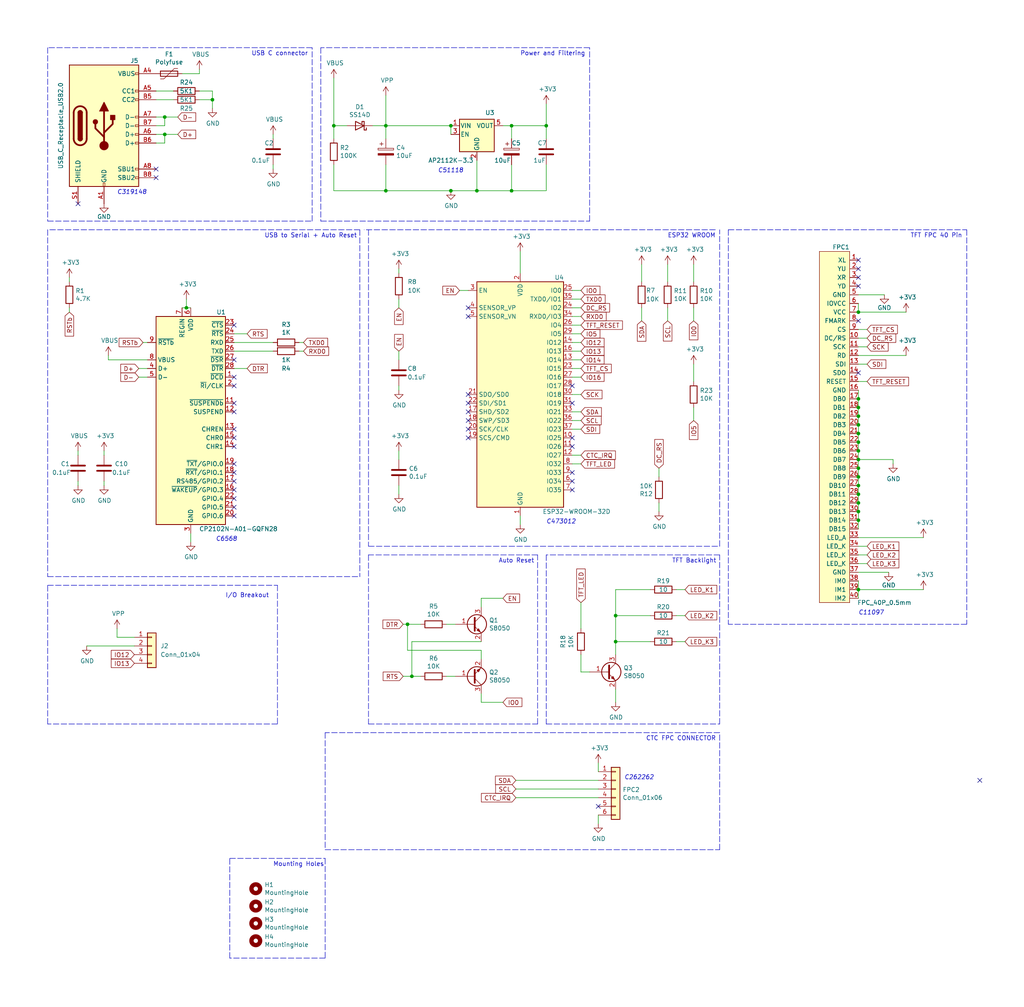
<source format=kicad_sch>
(kicad_sch (version 20211123) (generator eeschema)
  (paper "User" 299.999 294.996)
  (title_block (title "SwitchPlate 3.5\"") (date "20230305") (rev "1.2") (company "Luiz Oliveira Neto") (comment 1 "https://github.com/lbarrosoneto/SwitchPlate3.5"))
  (junction (at 132.08 36.83))
  (junction (at 97.79 36.83))
  (junction (at 48.26 34.29))
  (junction (at 251.46 139.7))
  (junction (at 251.46 144.78))
  (junction (at 251.46 142.24))
  (junction (at 149.86 55.88))
  (junction (at 120.65 198.12))
  (junction (at 113.03 36.83))
  (junction (at 251.46 127))
  (junction (at 139.7 55.88))
  (junction (at 132.08 55.88))
  (junction (at 251.46 152.4))
  (junction (at 113.03 55.88))
  (junction (at 251.46 121.92))
  (junction (at 251.46 132.08))
  (junction (at 149.86 36.83))
  (junction (at 180.34 180.34))
  (junction (at 48.26 39.37))
  (junction (at 251.46 149.86))
  (junction (at 54.61 90.17))
  (junction (at 251.46 129.54))
  (junction (at 160.02 36.83))
  (junction (at 251.46 116.84))
  (junction (at 251.46 119.38))
  (junction (at 251.46 134.62))
  (junction (at 251.46 91.44))
  (junction (at 62.23 29.21))
  (junction (at 251.46 147.32))
  (junction (at 119.38 182.88))
  (junction (at 180.34 187.96))
  (junction (at 251.46 172.72))
  (junction (at 251.46 124.46))
  (junction (at 251.46 137.16))
  (no_connect (at 68.58 130.81))
  (no_connect (at 251.46 78.74))
  (no_connect (at 137.16 90.17))
  (no_connect (at 175.26 236.22))
  (no_connect (at 167.64 140.97))
  (no_connect (at 251.46 109.22))
  (no_connect (at 287.02 228.6))
  (no_connect (at 45.72 49.53))
  (no_connect (at 137.16 92.71))
  (no_connect (at 22.86 59.69))
  (no_connect (at 68.58 120.65))
  (no_connect (at 167.64 130.81))
  (no_connect (at 167.64 118.11))
  (no_connect (at 68.58 138.43))
  (no_connect (at 251.46 83.82))
  (no_connect (at 167.64 128.27))
  (no_connect (at 68.58 135.89))
  (no_connect (at 68.58 110.49))
  (no_connect (at 68.58 125.73))
  (no_connect (at 137.16 125.73))
  (no_connect (at 68.58 151.13))
  (no_connect (at 251.46 93.98))
  (no_connect (at 167.64 143.51))
  (no_connect (at 68.58 128.27))
  (no_connect (at 251.46 81.28))
  (no_connect (at 68.58 146.05))
  (no_connect (at 167.64 113.03))
  (no_connect (at 167.64 138.43))
  (no_connect (at 137.16 118.11))
  (no_connect (at 68.58 118.11))
  (no_connect (at 45.72 52.07))
  (no_connect (at 68.58 143.51))
  (no_connect (at 137.16 120.65))
  (no_connect (at 68.58 140.97))
  (no_connect (at 137.16 128.27))
  (no_connect (at 68.58 105.41))
  (no_connect (at 68.58 95.25))
  (no_connect (at 251.46 76.2))
  (no_connect (at 68.58 113.03))
  (no_connect (at 68.58 148.59))
  (no_connect (at 137.16 115.57))
  (no_connect (at 137.16 123.19))
  (polyline (pts (xy 283.21 67.31) (xy 283.21 182.88)))
  (wire (pts (xy 101.6 36.83) (xy 97.79 36.83)))
  (wire (pts (xy 151.13 228.6) (xy 175.26 228.6)))
  (wire (pts (xy 180.34 201.93) (xy 180.34 205.74)))
  (wire (pts (xy 160.02 36.83) (xy 160.02 40.64)))
  (wire (pts (xy 180.34 180.34) (xy 180.34 187.96)))
  (polyline (pts (xy 213.36 67.31) (xy 283.21 67.31)))
  (wire (pts (xy 120.65 187.96) (xy 120.65 198.12)))
  (wire (pts (xy 251.46 139.7) (xy 251.46 142.24)))
  (wire (pts (xy 254 162.56) (xy 251.46 162.56)))
  (wire (pts (xy 170.18 107.95) (xy 167.64 107.95)))
  (wire (pts (xy 152.4 73.66) (xy 152.4 80.01)))
  (wire (pts (xy 170.18 85.09) (xy 167.64 85.09)))
  (wire (pts (xy 200.66 172.72) (xy 198.12 172.72)))
  (wire (pts (xy 200.66 180.34) (xy 198.12 180.34)))
  (wire (pts (xy 52.07 39.37) (xy 48.26 39.37)))
  (wire (pts (xy 80.01 48.26) (xy 80.01 49.53)))
  (wire (pts (xy 55.88 90.17) (xy 54.61 90.17)))
  (wire (pts (xy 167.64 110.49) (xy 170.18 110.49)))
  (wire (pts (xy 254 160.02) (xy 251.46 160.02)))
  (wire (pts (xy 195.58 77.47) (xy 195.58 82.55)))
  (wire (pts (xy 40.64 110.49) (xy 43.18 110.49)))
  (wire (pts (xy 151.13 231.14) (xy 175.26 231.14)))
  (wire (pts (xy 170.18 176.53) (xy 170.18 184.15)))
  (polyline (pts (xy 160.02 162.56) (xy 160.02 212.09)))
  (wire (pts (xy 170.18 87.63) (xy 167.64 87.63)))
  (wire (pts (xy 113.03 40.64) (xy 113.03 36.83)))
  (wire (pts (xy 261.62 135.89) (xy 261.62 134.62)))
  (polyline (pts (xy 81.28 171.45) (xy 81.28 212.09)))
  (polyline (pts (xy 67.31 251.46) (xy 95.25 251.46)))
  (wire (pts (xy 113.03 48.26) (xy 113.03 55.88)))
  (wire (pts (xy 147.32 36.83) (xy 149.86 36.83)))
  (wire (pts (xy 139.7 46.99) (xy 139.7 55.88)))
  (wire (pts (xy 140.97 187.96) (xy 120.65 187.96)))
  (polyline (pts (xy 13.97 13.97) (xy 13.97 64.77)))
  (wire (pts (xy 31.75 104.14) (xy 31.75 105.41)))
  (wire (pts (xy 251.46 152.4) (xy 251.46 154.94)))
  (wire (pts (xy 39.37 186.69) (xy 34.29 186.69)))
  (wire (pts (xy 80.01 39.37) (xy 80.01 40.64)))
  (wire (pts (xy 190.5 180.34) (xy 180.34 180.34)))
  (wire (pts (xy 160.02 48.26) (xy 160.02 55.88)))
  (wire (pts (xy 187.96 90.17) (xy 187.96 93.98)))
  (polyline (pts (xy 157.48 162.56) (xy 107.95 162.56)))
  (wire (pts (xy 130.81 198.12) (xy 133.35 198.12)))
  (wire (pts (xy 30.48 140.97) (xy 30.48 142.24)))
  (wire (pts (xy 251.46 149.86) (xy 251.46 147.32)))
  (wire (pts (xy 147.32 175.26) (xy 140.97 175.26)))
  (polyline (pts (xy 107.95 67.31) (xy 107.95 160.02)))
  (polyline (pts (xy 210.82 160.02) (xy 210.82 67.31)))
  (polyline (pts (xy 13.97 168.91) (xy 105.41 168.91)))
  (wire (pts (xy 119.38 190.5) (xy 119.38 182.88)))
  (wire (pts (xy 31.75 105.41) (xy 43.18 105.41)))
  (wire (pts (xy 251.46 119.38) (xy 251.46 116.84)))
  (wire (pts (xy 53.34 21.59) (xy 58.42 21.59)))
  (wire (pts (xy 167.64 135.89) (xy 170.18 135.89)))
  (wire (pts (xy 62.23 29.21) (xy 58.42 29.21)))
  (wire (pts (xy 251.46 114.3) (xy 251.46 116.84)))
  (wire (pts (xy 149.86 48.26) (xy 149.86 55.88)))
  (wire (pts (xy 254 96.52) (xy 251.46 96.52)))
  (wire (pts (xy 170.18 102.87) (xy 167.64 102.87)))
  (polyline (pts (xy 95.25 214.63) (xy 95.25 248.92)))
  (wire (pts (xy 88.9 102.87) (xy 87.63 102.87)))
  (wire (pts (xy 251.46 139.7) (xy 251.46 137.16)))
  (wire (pts (xy 113.03 36.83) (xy 132.08 36.83)))
  (wire (pts (xy 251.46 132.08) (xy 251.46 129.54)))
  (wire (pts (xy 116.84 78.74) (xy 116.84 80.01)))
  (wire (pts (xy 170.18 92.71) (xy 167.64 92.71)))
  (wire (pts (xy 20.32 81.28) (xy 20.32 82.55)))
  (wire (pts (xy 254 101.6) (xy 251.46 101.6)))
  (wire (pts (xy 87.63 100.33) (xy 88.9 100.33)))
  (wire (pts (xy 109.22 36.83) (xy 113.03 36.83)))
  (wire (pts (xy 149.86 55.88) (xy 160.02 55.88)))
  (wire (pts (xy 193.04 147.32) (xy 193.04 149.86)))
  (polyline (pts (xy 13.97 171.45) (xy 81.28 171.45)))
  (wire (pts (xy 270.51 172.72) (xy 251.46 172.72)))
  (wire (pts (xy 30.48 132.08) (xy 30.48 133.35)))
  (wire (pts (xy 41.91 100.33) (xy 43.18 100.33)))
  (wire (pts (xy 139.7 55.88) (xy 132.08 55.88)))
  (wire (pts (xy 118.11 198.12) (xy 120.65 198.12)))
  (wire (pts (xy 251.46 152.4) (xy 251.46 149.86)))
  (wire (pts (xy 190.5 172.72) (xy 180.34 172.72)))
  (wire (pts (xy 251.46 147.32) (xy 251.46 144.78)))
  (wire (pts (xy 254 165.1) (xy 251.46 165.1)))
  (wire (pts (xy 254 106.68) (xy 251.46 106.68)))
  (polyline (pts (xy 91.44 64.77) (xy 91.44 13.97)))
  (wire (pts (xy 48.26 39.37) (xy 45.72 39.37)))
  (wire (pts (xy 203.2 93.98) (xy 203.2 90.17)))
  (wire (pts (xy 62.23 26.67) (xy 62.23 29.21)))
  (wire (pts (xy 116.84 102.87) (xy 116.84 105.41)))
  (wire (pts (xy 172.72 196.85) (xy 170.18 196.85)))
  (wire (pts (xy 140.97 203.2) (xy 140.97 205.74)))
  (polyline (pts (xy 13.97 64.77) (xy 91.44 64.77)))
  (wire (pts (xy 251.46 172.72) (xy 251.46 175.26)))
  (wire (pts (xy 149.86 36.83) (xy 149.86 40.64)))
  (wire (pts (xy 251.46 124.46) (xy 251.46 127)))
  (wire (pts (xy 54.61 90.17) (xy 54.61 87.63)))
  (wire (pts (xy 45.72 26.67) (xy 50.8 26.67)))
  (wire (pts (xy 259.08 86.36) (xy 251.46 86.36)))
  (wire (pts (xy 251.46 134.62) (xy 251.46 137.16)))
  (wire (pts (xy 72.39 97.79) (xy 68.58 97.79)))
  (wire (pts (xy 48.26 34.29) (xy 52.07 34.29)))
  (wire (pts (xy 251.46 88.9) (xy 251.46 91.44)))
  (polyline (pts (xy 210.82 214.63) (xy 95.25 214.63)))
  (wire (pts (xy 170.18 97.79) (xy 167.64 97.79)))
  (polyline (pts (xy 95.25 251.46) (xy 95.25 280.67)))
  (polyline (pts (xy 81.28 212.09) (xy 13.97 212.09)))
  (wire (pts (xy 53.34 90.17) (xy 54.61 90.17)))
  (wire (pts (xy 140.97 205.74) (xy 147.32 205.74)))
  (wire (pts (xy 119.38 182.88) (xy 123.19 182.88)))
  (wire (pts (xy 20.32 91.44) (xy 20.32 90.17)))
  (polyline (pts (xy 209.55 67.31) (xy 106.68 67.31)))
  (wire (pts (xy 140.97 193.04) (xy 140.97 190.5)))
  (wire (pts (xy 134.62 85.09) (xy 137.16 85.09)))
  (polyline (pts (xy 13.97 67.31) (xy 13.97 168.91)))
  (wire (pts (xy 251.46 119.38) (xy 251.46 121.92)))
  (wire (pts (xy 265.43 91.44) (xy 251.46 91.44)))
  (wire (pts (xy 149.86 36.83) (xy 160.02 36.83)))
  (wire (pts (xy 140.97 190.5) (xy 119.38 190.5)))
  (wire (pts (xy 193.04 137.16) (xy 193.04 139.7)))
  (polyline (pts (xy 157.48 212.09) (xy 157.48 162.56)))
  (wire (pts (xy 175.26 226.06) (xy 175.26 223.52)))
  (polyline (pts (xy 105.41 67.31) (xy 13.97 67.31)))
  (polyline (pts (xy 91.44 13.97) (xy 13.97 13.97)))
  (wire (pts (xy 251.46 124.46) (xy 251.46 121.92)))
  (wire (pts (xy 97.79 36.83) (xy 97.79 40.64)))
  (polyline (pts (xy 105.41 67.31) (xy 105.41 168.91)))
  (wire (pts (xy 48.26 34.29) (xy 48.26 36.83)))
  (polyline (pts (xy 67.31 280.67) (xy 67.31 251.46)))
  (wire (pts (xy 251.46 132.08) (xy 251.46 134.62)))
  (wire (pts (xy 39.37 189.23) (xy 25.4 189.23)))
  (wire (pts (xy 120.65 198.12) (xy 123.19 198.12)))
  (wire (pts (xy 175.26 233.68) (xy 151.13 233.68)))
  (polyline (pts (xy 13.97 212.09) (xy 13.97 171.45)))
  (wire (pts (xy 251.46 170.18) (xy 251.46 172.72)))
  (wire (pts (xy 22.86 132.08) (xy 22.86 133.35)))
  (polyline (pts (xy 160.02 212.09) (xy 210.82 212.09)))
  (wire (pts (xy 251.46 127) (xy 251.46 129.54)))
  (wire (pts (xy 116.84 113.03) (xy 116.84 114.3)))
  (polyline (pts (xy 107.95 162.56) (xy 107.95 212.09)))
  (wire (pts (xy 113.03 55.88) (xy 97.79 55.88)))
  (wire (pts (xy 34.29 186.69) (xy 34.29 184.15)))
  (wire (pts (xy 116.84 132.08) (xy 116.84 134.62)))
  (wire (pts (xy 130.81 182.88) (xy 133.35 182.88)))
  (wire (pts (xy 45.72 34.29) (xy 48.26 34.29)))
  (wire (pts (xy 195.58 90.17) (xy 195.58 93.98)))
  (wire (pts (xy 167.64 105.41) (xy 170.18 105.41)))
  (wire (pts (xy 203.2 77.47) (xy 203.2 82.55)))
  (wire (pts (xy 113.03 36.83) (xy 113.03 27.94)))
  (wire (pts (xy 97.79 22.86) (xy 97.79 36.83)))
  (polyline (pts (xy 210.82 162.56) (xy 160.02 162.56)))
  (polyline (pts (xy 95.25 280.67) (xy 67.31 280.67)))
  (wire (pts (xy 270.51 157.48) (xy 251.46 157.48)))
  (polyline (pts (xy 93.98 13.97) (xy 93.98 64.77)))
  (wire (pts (xy 167.64 95.25) (xy 170.18 95.25)))
  (wire (pts (xy 254 111.76) (xy 251.46 111.76)))
  (polyline (pts (xy 210.82 212.09) (xy 210.82 162.56)))
  (wire (pts (xy 152.4 151.13) (xy 152.4 153.67)))
  (polyline (pts (xy 107.95 160.02) (xy 210.82 160.02)))
  (wire (pts (xy 58.42 21.59) (xy 58.42 20.32)))
  (wire (pts (xy 68.58 100.33) (xy 80.01 100.33)))
  (wire (pts (xy 170.18 196.85) (xy 170.18 191.77)))
  (wire (pts (xy 203.2 123.19) (xy 203.2 119.38)))
  (wire (pts (xy 167.64 115.57) (xy 170.18 115.57)))
  (wire (pts (xy 149.86 55.88) (xy 139.7 55.88)))
  (polyline (pts (xy 172.72 13.97) (xy 93.98 13.97)))
  (wire (pts (xy 62.23 29.21) (xy 62.23 31.75)))
  (wire (pts (xy 55.88 156.21) (xy 55.88 158.75)))
  (wire (pts (xy 118.11 182.88) (xy 119.38 182.88)))
  (wire (pts (xy 251.46 144.78) (xy 251.46 142.24)))
  (wire (pts (xy 190.5 187.96) (xy 180.34 187.96)))
  (wire (pts (xy 132.08 55.88) (xy 113.03 55.88)))
  (wire (pts (xy 167.64 100.33) (xy 170.18 100.33)))
  (polyline (pts (xy 213.36 67.31) (xy 213.36 182.88)))
  (wire (pts (xy 167.64 125.73) (xy 170.18 125.73)))
  (wire (pts (xy 22.86 140.97) (xy 22.86 142.24)))
  (wire (pts (xy 180.34 172.72) (xy 180.34 180.34)))
  (polyline (pts (xy 107.95 212.09) (xy 157.48 212.09)))
  (polyline (pts (xy 283.21 182.88) (xy 213.36 182.88)))
  (wire (pts (xy 116.84 87.63) (xy 116.84 90.17)))
  (wire (pts (xy 43.18 107.95) (xy 40.64 107.95)))
  (wire (pts (xy 170.18 90.17) (xy 167.64 90.17)))
  (wire (pts (xy 132.08 39.37) (xy 132.08 36.83)))
  (wire (pts (xy 58.42 26.67) (xy 62.23 26.67)))
  (wire (pts (xy 140.97 175.26) (xy 140.97 177.8)))
  (wire (pts (xy 261.62 134.62) (xy 251.46 134.62)))
  (polyline (pts (xy 95.25 248.92) (xy 210.82 248.92)))
  (wire (pts (xy 97.79 48.26) (xy 97.79 55.88)))
  (wire (pts (xy 187.96 77.47) (xy 187.96 82.55)))
  (polyline (pts (xy 210.82 248.92) (xy 210.82 214.63)))
  (wire (pts (xy 50.8 29.21) (xy 45.72 29.21)))
  (wire (pts (xy 160.02 36.83) (xy 160.02 30.48)))
  (wire (pts (xy 254 99.06) (xy 251.46 99.06)))
  (wire (pts (xy 167.64 120.65) (xy 170.18 120.65)))
  (wire (pts (xy 200.66 187.96) (xy 198.12 187.96)))
  (wire (pts (xy 170.18 133.35) (xy 167.64 133.35)))
  (polyline (pts (xy 93.98 64.77) (xy 172.72 64.77)))
  (wire (pts (xy 45.72 41.91) (xy 48.26 41.91)))
  (wire (pts (xy 265.43 104.14) (xy 251.46 104.14)))
  (wire (pts (xy 48.26 36.83) (xy 45.72 36.83)))
  (wire (pts (xy 68.58 102.87) (xy 80.01 102.87)))
  (polyline (pts (xy 172.72 64.77) (xy 172.72 13.97)))
  (wire (pts (xy 72.39 107.95) (xy 68.58 107.95)))
  (wire (pts (xy 48.26 41.91) (xy 48.26 39.37)))
  (wire (pts (xy 180.34 187.96) (xy 180.34 191.77)))
  (wire (pts (xy 170.18 123.19) (xy 167.64 123.19)))
  (wire (pts (xy 116.84 142.24) (xy 116.84 144.78)))
  (wire (pts (xy 175.26 238.76) (xy 175.26 241.3)))
  (wire (pts (xy 203.2 106.68) (xy 203.2 111.76)))
  (wire (pts (xy 260.35 167.64) (xy 251.46 167.64)))
  (text "I/O Breakout" (at 66.04 175.26 0) (effects (font (size 1.27 1.27)) (justify left bottom)))
  (text "C262262" (at 182.88 228.6 0) (effects (font (size 1.27 1.27) italic) (justify left bottom)))
  (text "USB to Serial + Auto Reset" (at 77.47 69.85 0) (effects (font (size 1.27 1.27)) (justify left bottom)))
  (text "C11097" (at 251.46 180.34 0) (effects (font (size 1.27 1.27) italic) (justify left bottom)))
  (text "C473012" (at 160.02 153.67 0) (effects (font (size 1.27 1.27) italic) (justify left bottom)))
  (text "CTC FPC CONNECTOR" (at 189.23 217.17 0) (effects (font (size 1.27 1.27)) (justify left bottom)))
  (text "TFT Backlight" (at 196.85 165.1 0) (effects (font (size 1.27 1.27)) (justify left bottom)))
  (text "C51118" (at 128.27 50.8 0) (effects (font (size 1.27 1.27) italic) (justify left bottom)))
  (text "TFT FPC 40 Pin" (at 266.7 69.85 0) (effects (font (size 1.27 1.27)) (justify left bottom)))
  (text "Mounting Holes" (at 80.01 254 0) (effects (font (size 1.27 1.27)) (justify left bottom)))
  (text "USB C connector" (at 73.66 16.51 0) (effects (font (size 1.27 1.27)) (justify left bottom)))
  (text "Power and Filtering\n" (at 152.4 16.51 0) (effects (font (size 1.27 1.27)) (justify left bottom)))
  (text "Auto Reset" (at 146.05 165.1 0) (effects (font (size 1.27 1.27)) (justify left bottom)))
  (text "ESP32 WROOM" (at 195.58 69.85 0) (effects (font (size 1.27 1.27)) (justify left bottom)))
  (text " C6568" (at 62.23 158.75 0) (effects (font (size 1.27 1.27) italic) (justify left bottom)))
  (text "C319148" (at 34.29 57.15 0) (effects (font (size 1.27 1.27) italic) (justify left bottom)))
  (global_label "IO12" (shape input) (at 39.37 191.77 180) (property "Intersheet References" "${INTERSHEET_REFS}" (effects hide)))
  (global_label "DC_RS" (shape input) (at 193.04 137.16 90) (property "Intersheet References" "${INTERSHEET_REFS}" (effects hide)))
  (global_label "DC_RS" (shape input) (at 170.18 90.17 0) (property "Intersheet References" "${INTERSHEET_REFS}" (effects hide)))
  (global_label "TXD0" (shape input) (at 88.9 100.33 0) (property "Intersheet References" "${INTERSHEET_REFS}" (effects hide)))
  (global_label "RTS" (shape input) (at 72.39 97.79 0) (property "Intersheet References" "${INTERSHEET_REFS}" (effects hide)))
  (global_label "TFT_RESET" (shape input) (at 254 111.76 0) (property "Intersheet References" "${INTERSHEET_REFS}" (effects hide)))
  (global_label "IO16" (shape input) (at 170.18 110.49 0) (property "Intersheet References" "${INTERSHEET_REFS}" (effects hide)))
  (global_label "DTR" (shape input) (at 72.39 107.95 0) (property "Intersheet References" "${INTERSHEET_REFS}" (effects hide)))
  (global_label "LED_K2" (shape input) (at 200.66 180.34 0) (property "Intersheet References" "${INTERSHEET_REFS}" (effects hide)))
  (global_label "D+" (shape input) (at 40.64 107.95 180) (property "Intersheet References" "${INTERSHEET_REFS}" (effects hide)))
  (global_label "IO13" (shape input) (at 170.18 102.87 0) (property "Intersheet References" "${INTERSHEET_REFS}" (effects hide)))
  (global_label "IO0" (shape input) (at 170.18 85.09 0) (property "Intersheet References" "${INTERSHEET_REFS}" (effects hide)))
  (global_label "SDI" (shape input) (at 170.18 125.73 0) (property "Intersheet References" "${INTERSHEET_REFS}" (effects hide)))
  (global_label "SCL" (shape input) (at 170.18 123.19 0) (property "Intersheet References" "${INTERSHEET_REFS}" (effects hide)))
  (global_label "TFT_CS" (shape input) (at 170.18 107.95 0) (property "Intersheet References" "${INTERSHEET_REFS}" (effects hide)))
  (global_label "TFT_CS" (shape input) (at 254 96.52 0) (property "Intersheet References" "${INTERSHEET_REFS}" (effects hide)))
  (global_label "IO0" (shape input) (at 147.32 205.74 0) (property "Intersheet References" "${INTERSHEET_REFS}" (effects hide)))
  (global_label "D-" (shape input) (at 40.64 110.49 180) (property "Intersheet References" "${INTERSHEET_REFS}" (effects hide)))
  (global_label "SCK" (shape input) (at 254 101.6 0) (property "Intersheet References" "${INTERSHEET_REFS}" (effects hide)))
  (global_label "IO5" (shape input) (at 170.18 97.79 0) (property "Intersheet References" "${INTERSHEET_REFS}" (effects hide)))
  (global_label "IO14" (shape input) (at 170.18 105.41 0) (property "Intersheet References" "${INTERSHEET_REFS}" (effects hide)))
  (global_label "EN" (shape input) (at 147.32 175.26 0) (property "Intersheet References" "${INTERSHEET_REFS}" (effects hide)))
  (global_label "EN" (shape input) (at 134.62 85.09 180) (property "Intersheet References" "${INTERSHEET_REFS}" (effects hide)))
  (global_label "RXD0" (shape input) (at 170.18 92.71 0) (property "Intersheet References" "${INTERSHEET_REFS}" (effects hide)))
  (global_label "LED_K2" (shape input) (at 254 162.56 0) (property "Intersheet References" "${INTERSHEET_REFS}" (effects hide)))
  (global_label "IO5" (shape input) (at 203.2 123.19 270) (property "Intersheet References" "${INTERSHEET_REFS}" (effects hide)))
  (global_label "IO12" (shape input) (at 170.18 100.33 0) (property "Intersheet References" "${INTERSHEET_REFS}" (effects hide)))
  (global_label "CTC_IRQ" (shape input) (at 170.18 133.35 0) (property "Intersheet References" "${INTERSHEET_REFS}" (effects hide)))
  (global_label "LED_K1" (shape input) (at 200.66 172.72 0) (property "Intersheet References" "${INTERSHEET_REFS}" (effects hide)))
  (global_label "SDA" (shape input) (at 151.13 228.6 180) (property "Intersheet References" "${INTERSHEET_REFS}" (effects hide)))
  (global_label "RTS" (shape input) (at 118.11 198.12 180) (property "Intersheet References" "${INTERSHEET_REFS}" (effects hide)))
  (global_label "DTR" (shape input) (at 118.11 182.88 180) (property "Intersheet References" "${INTERSHEET_REFS}" (effects hide)))
  (global_label "D+" (shape input) (at 52.07 39.37 0) (property "Intersheet References" "${INTERSHEET_REFS}" (effects hide)))
  (global_label "TFT_LED" (shape input) (at 170.18 176.53 90) (property "Intersheet References" "${INTERSHEET_REFS}" (effects hide)))
  (global_label "EN" (shape input) (at 116.84 102.87 90) (property "Intersheet References" "${INTERSHEET_REFS}" (effects hide)))
  (global_label "RXD0" (shape input) (at 88.9 102.87 0) (property "Intersheet References" "${INTERSHEET_REFS}" (effects hide)))
  (global_label "IO13" (shape input) (at 39.37 194.31 180) (property "Intersheet References" "${INTERSHEET_REFS}" (effects hide)))
  (global_label "DC_RS" (shape input) (at 254 99.06 0) (property "Intersheet References" "${INTERSHEET_REFS}" (effects hide)))
  (global_label "SDA" (shape input) (at 170.18 120.65 0) (property "Intersheet References" "${INTERSHEET_REFS}" (effects hide)))
  (global_label "EN" (shape input) (at 116.84 90.17 270) (property "Intersheet References" "${INTERSHEET_REFS}" (effects hide)))
  (global_label "IO0" (shape input) (at 203.2 93.98 270) (property "Intersheet References" "${INTERSHEET_REFS}" (effects hide)))
  (global_label "CTC_IRQ" (shape input) (at 151.13 233.68 180) (property "Intersheet References" "${INTERSHEET_REFS}" (effects hide)))
  (global_label "SCL" (shape input) (at 195.58 93.98 270) (property "Intersheet References" "${INTERSHEET_REFS}" (effects hide)))
  (global_label "TXD0" (shape input) (at 170.18 87.63 0) (property "Intersheet References" "${INTERSHEET_REFS}" (effects hide)))
  (global_label "RSTb" (shape input) (at 41.91 100.33 180) (property "Intersheet References" "${INTERSHEET_REFS}" (effects hide)))
  (global_label "SCK" (shape input) (at 170.18 115.57 0) (property "Intersheet References" "${INTERSHEET_REFS}" (effects hide)))
  (global_label "LED_K3" (shape input) (at 200.66 187.96 0) (property "Intersheet References" "${INTERSHEET_REFS}" (effects hide)))
  (global_label "LED_K3" (shape input) (at 254 165.1 0) (property "Intersheet References" "${INTERSHEET_REFS}" (effects hide)))
  (global_label "TFT_LED" (shape input) (at 170.18 135.89 0) (property "Intersheet References" "${INTERSHEET_REFS}" (effects hide)))
  (global_label "RSTb" (shape input) (at 20.32 91.44 270) (property "Intersheet References" "${INTERSHEET_REFS}" (effects hide)))
  (global_label "SCL" (shape input) (at 151.13 231.14 180) (property "Intersheet References" "${INTERSHEET_REFS}" (effects hide)))
  (global_label "SDA" (shape input) (at 187.96 93.98 270) (property "Intersheet References" "${INTERSHEET_REFS}" (effects hide)))
  (global_label "LED_K1" (shape input) (at 254 160.02 0) (property "Intersheet References" "${INTERSHEET_REFS}" (effects hide)))
  (global_label "TFT_RESET" (shape input) (at 170.18 95.25 0) (property "Intersheet References" "${INTERSHEET_REFS}" (effects hide)))
  (global_label "SDI" (shape input) (at 254 106.68 0) (property "Intersheet References" "${INTERSHEET_REFS}" (effects hide)))
  (global_label "D-" (shape input) (at 52.07 34.29 0) (property "Intersheet References" "${INTERSHEET_REFS}" (effects hide)))
  (symbol (lib_id "Regulator_Linear:AP2112K-3.3") (at 139.7 39.37 0) (unit 1)
    (property "Reference" "U3" (at 143.51 33.02 0))
    (property "Value" "AP2112K-3.3" (at 132.08 46.99 0))
    (property "Footprint" "Package_TO_SOT_SMD:SOT-23-5" (effects hide))
    (property "Datasheet" "https://www.diodes.com/assets/Datasheets/AP2112.pdf" (effects hide))
    (property "LCSC" "C150742" (effects hide))
  )
  (symbol (lib_id "Device:D_Schottky") (at 105.41 36.83 180) (unit 1)
    (property "Reference" "D1" (at 105.41 31.3182 0))
    (property "Value" "SS14D" (at 105.41 33.6296 0))
    (property "Footprint" "Diode_SMD:D_SMA" (effects hide))
    (property "LCSC" "C83912" (effects hide))
  )
  (symbol (lib_id "Device:R") (at 97.79 44.45 0) (unit 1)
    (property "Reference" "R2" (at 99.568 43.2816 0) (effects (justify left)))
    (property "Value" "100K" (at 99.568 45.593 0) (effects (justify left)))
    (property "Footprint" "Resistor_SMD:R_0603_1608Metric" (effects hide))
    (property "LCSC" "C73806" (effects hide))
  )
  (symbol (lib_id "Device:CP") (at 113.03 44.45 0) (unit 1)
    (property "Reference" "C4" (at 116.0272 43.2816 0) (effects (justify left)))
    (property "Value" "10uF" (at 116.0272 45.593 0) (effects (justify left)))
    (property "Footprint" "Capacitor_Tantalum_SMD:CP_EIA-3216-18_Kemet-A" (effects hide))
    (property "LCSC" "C7177" (effects hide))
  )
  (symbol (lib_id "Device:CP") (at 149.86 44.45 0) (unit 1)
    (property "Reference" "C5" (at 149.86 41.91 0) (effects (justify left)))
    (property "Value" "10uF" (at 144.78 46.99 0) (effects (justify left)))
    (property "Footprint" "Capacitor_Tantalum_SMD:CP_EIA-3216-18_Kemet-A" (effects hide))
    (property "LCSC" "C7177" (effects hide))
  )
  (symbol (lib_id "Device:C") (at 160.02 44.45 0) (unit 1)
    (property "Reference" "C7" (at 157.48 41.91 0) (effects (justify left)))
    (property "Value" "1uF" (at 156.21 46.99 0) (effects (justify left)))
    (property "Footprint" "Capacitor_SMD:C_0603_1608Metric" (effects hide))
    (property "LCSC" " C1592" (effects hide))
  )
  (symbol (lib_id "Mechanical:MountingHole") (at 74.93 260.35 0) (unit 1)
    (property "Reference" "H1" (at 77.47 259.1816 0) (effects (justify left)))
    (property "Value" "MountingHole" (at 77.47 261.493 0) (effects (justify left)))
    (property "Footprint" "MountingHole:MountingHole_2.5mm_Pad_Via" (effects hide))
  )
  (symbol (lib_id "Mechanical:MountingHole") (at 74.93 265.43 0) (unit 1)
    (property "Reference" "H2" (at 77.47 264.2616 0) (effects (justify left)))
    (property "Value" "MountingHole" (at 77.47 266.573 0) (effects (justify left)))
    (property "Footprint" "MountingHole:MountingHole_2.5mm_Pad_Via" (effects hide))
  )
  (symbol (lib_id "Mechanical:MountingHole") (at 74.93 270.51 0) (unit 1)
    (property "Reference" "H3" (at 77.47 269.3416 0) (effects (justify left)))
    (property "Value" "MountingHole" (at 77.47 271.653 0) (effects (justify left)))
    (property "Footprint" "MountingHole:MountingHole_2.5mm_Pad_Via" (effects hide))
  )
  (symbol (lib_id "Mechanical:MountingHole") (at 74.93 275.59 0) (unit 1)
    (property "Reference" "H4" (at 77.47 274.4216 0) (effects (justify left)))
    (property "Value" "MountingHole" (at 77.47 276.733 0) (effects (justify left)))
    (property "Footprint" "MountingHole:MountingHole_2.5mm_Pad_Via" (effects hide))
  )
  (symbol (lib_id "power:VBUS") (at 97.79 22.86 0) (unit 1)
    (property "Reference" "#PWR0103" (effects hide))
    (property "Value" "VBUS" (at 98.171 18.4658 0))
  )
  (symbol (lib_id "power:GND") (at 132.08 55.88 0) (unit 1)
    (property "Reference" "#PWR0105" (effects hide))
    (property "Value" "GND" (at 132.207 60.2742 0))
  )
  (symbol (lib_id "power:+3V3") (at 160.02 30.48 0) (unit 1)
    (property "Reference" "#PWR0106" (effects hide))
    (property "Value" "+3V3" (at 160.401 26.0858 0))
  )
  (symbol (lib_id "Interface_USB:CP2102N-A01-GQFN28") (at 55.88 123.19 0) (unit 1)
    (property "Reference" "U1" (at 64.77 91.44 0))
    (property "Value" "CP2102N-A01-GQFN28" (at 69.85 154.94 0))
    (property "Footprint" "Package_DFN_QFN:QFN-28-1EP_5x5mm_P0.5mm_EP3.35x3.35mm" (effects hide))
    (property "Datasheet" "https://www.silabs.com/documents/public/data-sheets/cp2102n-datasheet.pdf" (effects hide))
    (property "LCSC" " C6568" (effects hide))
  )
  (symbol (lib_id "power:GND") (at 55.88 158.75 0) (unit 1)
    (property "Reference" "#PWR0115" (effects hide))
    (property "Value" "GND" (at 56.007 163.1442 0))
  )
  (symbol (lib_id "power:+3V3") (at 54.61 87.63 0) (unit 1)
    (property "Reference" "#PWR0116" (effects hide))
    (property "Value" "+3V3" (at 54.991 83.2358 0))
  )
  (symbol (lib_id "power:VBUS") (at 31.75 104.14 0) (unit 1)
    (property "Reference" "#PWR0117" (effects hide))
    (property "Value" "VBUS" (at 32.131 99.7458 0))
  )
  (symbol (lib_id "Device:R") (at 20.32 86.36 0) (unit 1)
    (property "Reference" "R1" (at 22.098 85.1916 0) (effects (justify left)))
    (property "Value" "4.7K" (at 22.098 87.503 0) (effects (justify left)))
    (property "Footprint" "Resistor_SMD:R_0603_1608Metric" (effects hide))
    (property "LCSC" "C88615" (effects hide))
  )
  (symbol (lib_id "Device:R") (at 83.82 100.33 270) (unit 1)
    (property "Reference" "R3" (at 83.82 95.0722 90))
    (property "Value" "1K" (at 83.82 97.3836 90))
    (property "Footprint" "Resistor_SMD:R_0603_1608Metric" (effects hide))
    (property "LCSC" "C73797" (effects hide))
  )
  (symbol (lib_id "Device:R") (at 83.82 102.87 270) (unit 1)
    (property "Reference" "R4" (at 83.82 107.95 90))
    (property "Value" "1K" (at 83.82 105.41 90))
    (property "Footprint" "Resistor_SMD:R_0603_1608Metric" (effects hide))
    (property "LCSC" "C73797" (effects hide))
  )
  (symbol (lib_id "Device:C") (at 22.86 137.16 0) (unit 1)
    (property "Reference" "C1" (at 17.78 135.89 0) (effects (justify left)))
    (property "Value" "0.1uF" (at 15.24 138.43 0) (effects (justify left)))
    (property "Footprint" "Capacitor_SMD:C_0603_1608Metric" (effects hide))
    (property "LCSC" "C1591" (effects hide))
  )
  (symbol (lib_id "power:GND") (at 30.48 142.24 0) (unit 1)
    (property "Reference" "#PWR0118" (effects hide))
    (property "Value" "GND" (at 30.607 146.6342 0))
  )
  (symbol (lib_id "ESP32_TouchDown:LGES8050") (at 138.43 198.12 0) (mirror x) (unit 1)
    (property "Reference" "Q2" (at 143.256 196.9516 0) (effects (justify left)))
    (property "Value" "S8050" (at 143.256 199.263 0) (effects (justify left)))
    (property "Footprint" "Package_TO_SOT_SMD:SOT-23" (effects hide))
    (property "Datasheet" "http://www.unisonic.com.tw/datasheet/S8050.pdf" (effects hide))
    (property "LCSC" "C402279" (effects hide))
  )
  (symbol (lib_id "ESP32_TouchDown:LGES8050") (at 138.43 182.88 0) (unit 1)
    (property "Reference" "Q1" (at 143.256 181.7116 0) (effects (justify left)))
    (property "Value" "S8050" (at 143.256 184.023 0) (effects (justify left)))
    (property "Footprint" "Package_TO_SOT_SMD:SOT-23" (effects hide))
    (property "Datasheet" "http://www.unisonic.com.tw/datasheet/S8050.pdf" (effects hide))
    (property "LCSC" "C402279" (effects hide))
  )
  (symbol (lib_id "Device:R") (at 127 182.88 270) (unit 1)
    (property "Reference" "R5" (at 127 177.6222 90))
    (property "Value" "10K" (at 127 179.9336 90))
    (property "Footprint" "Resistor_SMD:R_0603_1608Metric" (effects hide))
    (property "LCSC" "C99198" (effects hide))
  )
  (symbol (lib_id "Device:R") (at 127 198.12 270) (unit 1)
    (property "Reference" "R6" (at 127 192.8622 90))
    (property "Value" "10K" (at 127 195.1736 90))
    (property "Footprint" "Resistor_SMD:R_0603_1608Metric" (effects hide))
    (property "LCSC" "C99198" (effects hide))
  )
  (symbol (lib_id "RF_Module:ESP32-WROOM-32D") (at 152.4 115.57 0) (unit 1)
    (property "Reference" "U4" (at 163.83 81.28 0))
    (property "Value" "ESP32-WROOM-32D" (at 168.91 149.86 0))
    (property "Footprint" "RF_Module:ESP32-WROOM-32" (effects hide))
    (property "Datasheet" "https://www.espressif.com/sites/default/files/documentation/esp32-wroom-32d_esp32-wroom-32u_datasheet_en.pdf" (effects hide))
    (property "LCSC" "C473012" (effects hide))
  )
  (symbol (lib_id "Device:R") (at 116.84 83.82 0) (unit 1)
    (property "Reference" "R8" (at 119.38 82.55 0) (effects (justify left)))
    (property "Value" "10K" (at 119.38 85.09 0) (effects (justify left)))
    (property "Footprint" "Resistor_SMD:R_0603_1608Metric" (effects hide))
    (property "LCSC" "C99198" (effects hide))
  )
  (symbol (lib_id "Device:R") (at 203.2 86.36 0) (unit 1)
    (property "Reference" "R10" (at 204.978 85.1916 0) (effects (justify left)))
    (property "Value" "10K" (at 204.978 87.503 0) (effects (justify left)))
    (property "Footprint" "Resistor_SMD:R_0603_1608Metric" (effects hide))
    (property "LCSC" "C99198" (effects hide))
  )
  (symbol (lib_id "Device:C") (at 116.84 109.22 0) (unit 1)
    (property "Reference" "C8" (at 119.38 107.95 0) (effects (justify left)))
    (property "Value" "0.1uF" (at 119.38 110.49 0) (effects (justify left)))
    (property "Footprint" "Capacitor_SMD:C_0603_1608Metric" (effects hide))
    (property "LCSC" "C1591" (effects hide))
  )
  (symbol (lib_id "Device:C") (at 116.84 138.43 0) (unit 1)
    (property "Reference" "C6" (at 119.761 137.2616 0) (effects (justify left)))
    (property "Value" "0.1uF" (at 119.761 139.573 0) (effects (justify left)))
    (property "Footprint" "Capacitor_SMD:C_0603_1608Metric" (effects hide))
    (property "LCSC" "C1591" (effects hide))
  )
  (symbol (lib_id "power:+3V3") (at 152.4 73.66 0) (unit 1)
    (property "Reference" "#PWR0119" (effects hide))
    (property "Value" "+3V3" (at 152.781 69.2658 0))
  )
  (symbol (lib_id "power:GND") (at 116.84 114.3 0) (unit 1)
    (property "Reference" "#PWR0120" (effects hide))
    (property "Value" "GND" (at 116.967 118.6942 0))
  )
  (symbol (lib_id "power:GND") (at 152.4 153.67 0) (unit 1)
    (property "Reference" "#PWR0121" (effects hide))
    (property "Value" "GND" (at 152.527 158.0642 0))
  )
  (symbol (lib_id "power:GND") (at 116.84 144.78 0) (unit 1)
    (property "Reference" "#PWR0122" (effects hide))
    (property "Value" "GND" (at 116.967 149.1742 0))
  )
  (symbol (lib_id "power:+3V3") (at 116.84 132.08 0) (unit 1)
    (property "Reference" "#PWR0123" (effects hide))
    (property "Value" "+3V3" (at 117.221 127.6858 0))
  )
  (symbol (lib_id "ESP32_TouchDown:FPC_40P_0.5mm") (at 248.92 123.19 0) (unit 1)
    (property "Reference" "FPC1" (at 246.38 72.39 0))
    (property "Value" "FPC_40P_0.5mm" (at 259.08 176.53 0))
    (property "Footprint" "ESP32_TouchDown_lib:Hirose_FH12-40S-0.5SH_1x40-1MP_P0.50mm_Horizontal_flipped" (effects hide))
    (property "LCSC" "C11097" (effects hide))
  )
  (symbol (lib_id "power:GND") (at 261.62 135.89 0) (unit 1)
    (property "Reference" "#PWR0124" (effects hide))
    (property "Value" "GND" (at 261.747 140.2842 0))
  )
  (symbol (lib_id "power:GND") (at 260.35 167.64 0) (unit 1)
    (property "Reference" "#PWR0125" (effects hide))
    (property "Value" "GND" (at 260.35 171.45 0))
  )
  (symbol (lib_id "power:+3V3") (at 270.51 172.72 0) (unit 1)
    (property "Reference" "#PWR0126" (effects hide))
    (property "Value" "+3V3" (at 270.891 168.3258 0))
  )
  (symbol (lib_id "Device:C") (at 30.48 137.16 0) (unit 1)
    (property "Reference" "C10" (at 35.56 135.89 0))
    (property "Value" "0.1uF" (at 35.56 138.43 0))
    (property "Footprint" "Capacitor_SMD:C_0603_1608Metric" (effects hide))
    (property "LCSC" "C1591" (effects hide))
  )
  (symbol (lib_id "power:+3V3") (at 265.43 91.44 0) (unit 1)
    (property "Reference" "#PWR0127" (effects hide))
    (property "Value" "+3V3" (at 265.811 87.0458 0))
  )
  (symbol (lib_id "power:GND") (at 259.08 86.36 0) (unit 1)
    (property "Reference" "#PWR0128" (effects hide))
    (property "Value" "GND" (at 259.08 90.17 0))
  )
  (symbol (lib_id "power:+3V3") (at 265.43 104.14 0) (unit 1)
    (property "Reference" "#PWR0129" (effects hide))
    (property "Value" "+3V3" (at 265.811 99.7458 0))
  )
  (symbol (lib_id "power:+3V3") (at 30.48 132.08 0) (unit 1)
    (property "Reference" "#PWR08" (effects hide))
    (property "Value" "+3V3" (at 30.861 127.6858 0))
  )
  (symbol (lib_id "power:VBUS") (at 22.86 132.08 0) (unit 1)
    (property "Reference" "#PWR02" (effects hide))
    (property "Value" "VBUS" (at 23.241 127.6858 0))
  )
  (symbol (lib_id "power:GND") (at 22.86 142.24 0) (unit 1)
    (property "Reference" "#PWR03" (effects hide))
    (property "Value" "GND" (at 22.987 146.6342 0))
  )
  (symbol (lib_id "Connector_Generic:Conn_01x06") (at 180.34 231.14 0) (unit 1)
    (property "Reference" "FPC2" (at 182.372 231.3432 0) (effects (justify left)))
    (property "Value" "Conn_01x06" (at 182.372 233.6546 0) (effects (justify left)))
    (property "Footprint" "Connector_FFC-FPC:Hirose_FH12-6S-0.5SH_1x06-1MP_P0.50mm_Horizontal" (effects hide))
    (property "LCSC" "C262262" (effects hide))
  )
  (symbol (lib_id "power:+3V3") (at 175.26 223.52 0) (unit 1)
    (property "Reference" "#PWR0135" (effects hide))
    (property "Value" "+3V3" (at 175.641 219.1258 0))
  )
  (symbol (lib_id "power:GND") (at 175.26 241.3 0) (unit 1)
    (property "Reference" "#PWR0137" (effects hide))
    (property "Value" "GND" (at 175.387 245.6942 0))
  )
  (symbol (lib_id "power:+3V3") (at 187.96 77.47 0) (unit 1)
    (property "Reference" "#PWR0130" (effects hide))
    (property "Value" "+3V3" (at 188.341 73.0758 0))
  )
  (symbol (lib_id "power:+3V3") (at 195.58 77.47 0) (unit 1)
    (property "Reference" "#PWR0131" (effects hide))
    (property "Value" "+3V3" (at 195.961 73.0758 0))
  )
  (symbol (lib_id "Device:R") (at 187.96 86.36 0) (unit 1)
    (property "Reference" "R7" (at 189.23 85.09 0) (effects (justify left)))
    (property "Value" "10K" (at 189.23 87.63 0) (effects (justify left)))
    (property "Footprint" "Resistor_SMD:R_0603_1608Metric" (effects hide))
    (property "LCSC" "C99198" (effects hide))
  )
  (symbol (lib_id "Device:R") (at 195.58 86.36 0) (unit 1)
    (property "Reference" "R11" (at 197.358 85.1916 0) (effects (justify left)))
    (property "Value" "10K" (at 197.358 87.503 0) (effects (justify left)))
    (property "Footprint" "Resistor_SMD:R_0603_1608Metric" (effects hide))
    (property "LCSC" "C99198" (effects hide))
  )
  (symbol (lib_id "ESP32_TouchDown:LGES8050") (at 177.8 196.85 0) (unit 1)
    (property "Reference" "Q3" (at 182.626 195.6816 0) (effects (justify left)))
    (property "Value" "S8050" (at 182.626 197.993 0) (effects (justify left)))
    (property "Footprint" "Package_TO_SOT_SMD:SOT-23" (effects hide))
    (property "Datasheet" "http://www.unisonic.com.tw/datasheet/S8050.pdf" (effects hide))
    (property "LCSC" "C402279" (effects hide))
  )
  (symbol (lib_id "Device:R") (at 170.18 187.96 0) (unit 1)
    (property "Reference" "R18" (at 164.9222 187.96 90))
    (property "Value" "10K" (at 167.2336 187.96 90))
    (property "Footprint" "Resistor_SMD:R_0603_1608Metric" (effects hide))
    (property "LCSC" "C99198" (effects hide))
  )
  (symbol (lib_id "Device:R") (at 194.31 180.34 90) (unit 1)
    (property "Reference" "R20" (at 194.31 177.8 90))
    (property "Value" "10" (at 194.31 180.34 90))
    (property "Footprint" "Resistor_SMD:R_0603_1608Metric" (effects hide))
    (property "LCSC" "C176153" (effects hide))
  )
  (symbol (lib_id "Device:R") (at 194.31 172.72 90) (unit 1)
    (property "Reference" "R19" (at 194.31 170.18 90))
    (property "Value" "10" (at 194.31 172.72 90))
    (property "Footprint" "Resistor_SMD:R_0603_1608Metric" (effects hide))
    (property "LCSC" "C176153" (effects hide))
  )
  (symbol (lib_id "Device:R") (at 194.31 187.96 90) (unit 1)
    (property "Reference" "R21" (at 194.31 185.42 90))
    (property "Value" "10" (at 194.31 187.96 90))
    (property "Footprint" "Resistor_SMD:R_0603_1608Metric" (effects hide))
    (property "LCSC" "C176153" (effects hide))
  )
  (symbol (lib_id "Connector:USB_C_Receptacle_USB2.0") (at 30.48 36.83 0) (unit 1)
    (property "Reference" "J5" (at 39.37 17.78 0))
    (property "Value" "USB_C_Receptacle_USB2.0" (at 17.78 36.83 90))
    (property "Footprint" "Connector_USB:USB_C_Receptacle_XKB_U262-16XN-4BVC11" (effects hide))
    (property "Datasheet" "https://www.usb.org/sites/default/files/documents/usb_type-c.zip" (effects hide))
    (property "LCSC" "C319148" (effects hide))
  )
  (symbol (lib_id "Device:R") (at 54.61 26.67 270) (unit 1)
    (property "Reference" "R24" (at 54.61 24.13 90))
    (property "Value" "5K1" (at 54.61 26.67 90))
    (property "Footprint" "Resistor_SMD:R_0603_1608Metric" (effects hide))
    (property "LCSC" "C73801" (effects hide))
  )
  (symbol (lib_id "Device:R") (at 54.61 29.21 270) (unit 1)
    (property "Reference" "R25" (at 54.61 31.75 90))
    (property "Value" "5K1" (at 54.61 29.21 90))
    (property "Footprint" "Resistor_SMD:R_0603_1608Metric" (effects hide))
    (property "LCSC" "C73801" (effects hide))
  )
  (symbol (lib_id "power:GND") (at 180.34 205.74 0) (unit 1)
    (property "Reference" "#PWR05" (effects hide))
    (property "Value" "GND" (at 180.467 210.1342 0))
  )
  (symbol (lib_id "power:VBUS") (at 58.42 20.32 0) (unit 1)
    (property "Reference" "#PWR014" (effects hide))
    (property "Value" "VBUS" (at 58.801 15.9258 0))
  )
  (symbol (lib_id "power:+3V3") (at 203.2 77.47 0) (unit 1)
    (property "Reference" "#PWR010" (effects hide))
    (property "Value" "+3V3" (at 203.581 73.0758 0))
  )
  (symbol (lib_id "power:GND") (at 30.48 59.69 0) (unit 1)
    (property "Reference" "#PWR013" (effects hide))
    (property "Value" "GND" (at 30.48 63.5 0))
  )
  (symbol (lib_id "power:GND") (at 62.23 31.75 0) (unit 1)
    (property "Reference" "#PWR015" (effects hide))
    (property "Value" "GND" (at 62.357 36.1442 0))
  )
  (symbol (lib_id "power:+3V3") (at 116.84 78.74 0) (unit 1)
    (property "Reference" "#PWR09" (effects hide))
    (property "Value" "+3V3" (at 117.221 74.3458 0))
  )
  (symbol (lib_id "Device:Polyfuse") (at 49.53 21.59 270) (unit 1)
    (property "Reference" "F1" (at 49.53 15.875 90))
    (property "Value" "Polyfuse" (at 49.53 18.1864 90))
    (property "Footprint" "Fuse:Fuse_0805_2012Metric" (effects hide))
    (property "LCSC" "C151146" (effects hide))
  )
  (symbol (lib_id "Device:C") (at 80.01 44.45 0) (unit 1)
    (property "Reference" "C2" (at 77.47 41.91 0) (effects (justify left)))
    (property "Value" "0.1uF" (at 73.66 46.99 0) (effects (justify left)))
    (property "Footprint" "Capacitor_SMD:C_0603_1608Metric" (effects hide))
    (property "LCSC" "C1591" (effects hide))
  )
  (symbol (lib_id "power:GND") (at 80.01 49.53 0) (unit 1)
    (property "Reference" "#PWR017" (effects hide))
    (property "Value" "GND" (at 80.137 53.9242 0))
  )
  (symbol (lib_id "power:VBUS") (at 80.01 39.37 0) (unit 1)
    (property "Reference" "#PWR016" (effects hide))
    (property "Value" "VBUS" (at 80.391 34.9758 0))
  )
  (symbol (lib_id "power:+3V3") (at 270.51 157.48 0) (unit 1)
    (property "Reference" "#PWR011" (effects hide))
    (property "Value" "+3V3" (at 270.891 153.0858 0))
  )
  (symbol (lib_id "power:+3V3") (at 20.32 81.28 0) (unit 1)
    (property "Reference" "#PWR01" (effects hide))
    (property "Value" "+3V3" (at 20.701 76.8858 0))
  )
  (symbol (lib_id "power:GND") (at 193.04 149.86 0) (unit 1)
    (property "Reference" "#PWR0149" (effects hide))
    (property "Value" "GND" (at 193.167 154.2542 0))
  )
  (symbol (lib_id "Device:R") (at 193.04 143.51 180) (unit 1)
    (property "Reference" "R12" (at 191.262 144.6784 0) (effects (justify left)))
    (property "Value" "10K" (at 191.262 142.367 0) (effects (justify left)))
    (property "Footprint" "Resistor_SMD:R_0603_1608Metric" (effects hide))
    (property "LCSC" "C99198" (effects hide))
  )
  (symbol (lib_id "power:GND") (at 25.4 189.23 0) (unit 1)
    (property "Reference" "#PWR0151" (effects hide))
    (property "Value" "GND" (at 25.527 193.6242 0))
  )
  (symbol (lib_id "Device:R") (at 203.2 115.57 0) (unit 1)
    (property "Reference" "R23" (at 204.978 114.4016 0) (effects (justify left)))
    (property "Value" "10K" (at 204.978 116.713 0) (effects (justify left)))
    (property "Footprint" "Resistor_SMD:R_0603_1608Metric" (effects hide))
    (property "LCSC" "C99198" (effects hide))
  )
  (symbol (lib_id "power:+3V3") (at 203.2 106.68 0) (unit 1)
    (property "Reference" "#PWR012" (effects hide))
    (property "Value" "+3V3" (at 203.581 102.2858 0))
  )
  (symbol (lib_id "power:VPP") (at 34.29 184.15 0) (unit 1)
    (property "Reference" "#PWR0101" (effects hide))
    (property "Value" "VPP" (at 34.671 179.7558 0))
  )
  (symbol (lib_id "power:VPP") (at 113.03 27.94 0) (unit 1)
    (property "Reference" "#PWR0102" (effects hide))
    (property "Value" "VPP" (at 113.411 23.5458 0))
  )
  (symbol (lib_id "Connector_Generic:Conn_01x04") (at 44.45 189.23 0) (unit 1)
    (property "Reference" "J2" (at 46.99 189.2299 0) (effects (justify left)))
    (property "Value" "Conn_01x04" (at 46.99 191.7699 0) (effects (justify left)))
    (property "Footprint" "Connector_JST:JST_PH_S4B-PH-SM4-TB_1x04-1MP_P2.00mm_Horizontal" (effects hide))
  )
)
</source>
